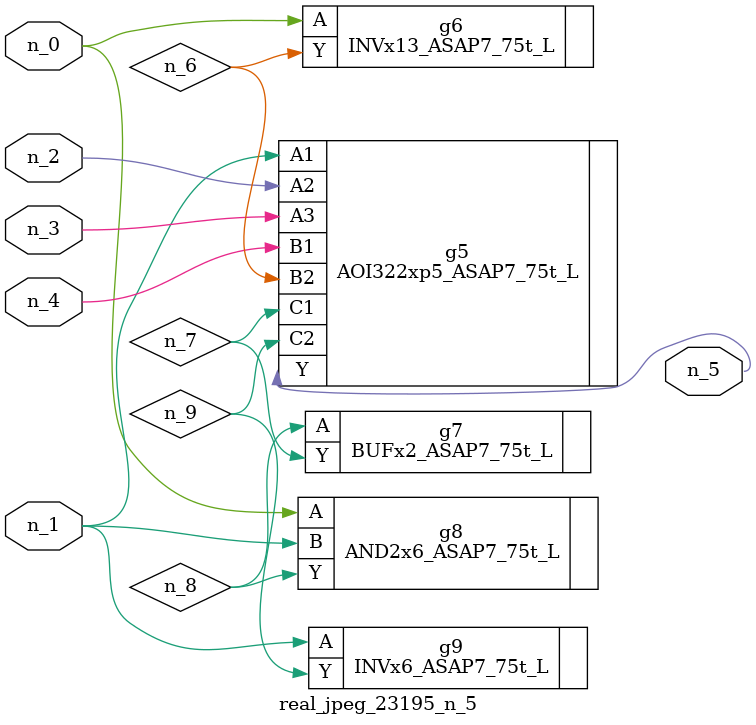
<source format=v>
module real_jpeg_23195_n_5 (n_4, n_0, n_1, n_2, n_3, n_5);

input n_4;
input n_0;
input n_1;
input n_2;
input n_3;

output n_5;

wire n_8;
wire n_6;
wire n_7;
wire n_9;

INVx13_ASAP7_75t_L g6 ( 
.A(n_0),
.Y(n_6)
);

AND2x6_ASAP7_75t_L g8 ( 
.A(n_0),
.B(n_1),
.Y(n_8)
);

AOI322xp5_ASAP7_75t_L g5 ( 
.A1(n_1),
.A2(n_2),
.A3(n_3),
.B1(n_4),
.B2(n_6),
.C1(n_7),
.C2(n_9),
.Y(n_5)
);

INVx6_ASAP7_75t_L g9 ( 
.A(n_1),
.Y(n_9)
);

BUFx2_ASAP7_75t_L g7 ( 
.A(n_8),
.Y(n_7)
);


endmodule
</source>
